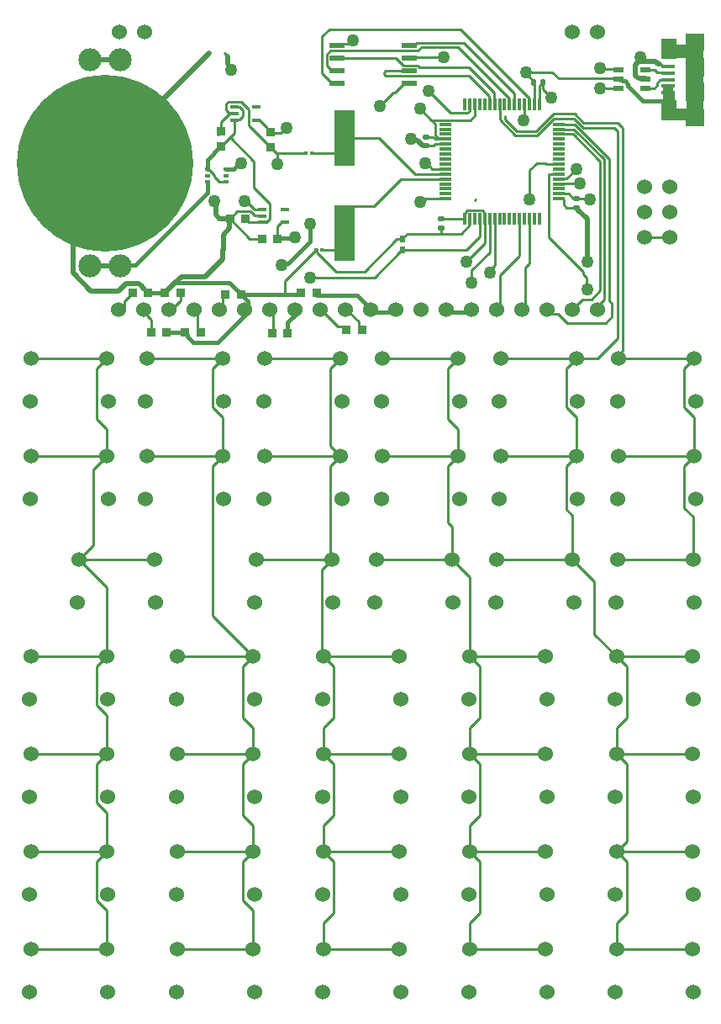
<source format=gbl>
G04*
G04 #@! TF.GenerationSoftware,Altium Limited,Altium Designer,24.6.1 (21)*
G04*
G04 Layer_Physical_Order=2*
G04 Layer_Color=16711680*
%FSLAX44Y44*%
%MOMM*%
G71*
G04*
G04 #@! TF.SameCoordinates,5BE53EBA-B956-4ED2-84AC-37ABD98E17FE*
G04*
G04*
G04 #@! TF.FilePolarity,Positive*
G04*
G01*
G75*
%ADD10C,0.5080*%
%ADD11C,0.2540*%
%ADD13C,2.3114*%
%ADD15C,0.3810*%
%ADD16C,1.5240*%
%ADD17C,1.2700*%
%ADD18R,1.1938X0.3048*%
%ADD19R,0.3048X1.1938*%
%ADD20O,0.6000X0.4200*%
%ADD21R,0.6000X0.4200*%
G04:AMPARAMS|DCode=22|XSize=0.6mm|YSize=0.54mm|CornerRadius=0.1431mm|HoleSize=0mm|Usage=FLASHONLY|Rotation=0.000|XOffset=0mm|YOffset=0mm|HoleType=Round|Shape=RoundedRectangle|*
%AMROUNDEDRECTD22*
21,1,0.6000,0.2538,0,0,0.0*
21,1,0.3138,0.5400,0,0,0.0*
1,1,0.2862,0.1569,-0.1269*
1,1,0.2862,-0.1569,-0.1269*
1,1,0.2862,-0.1569,0.1269*
1,1,0.2862,0.1569,0.1269*
%
%ADD22ROUNDEDRECTD22*%
G04:AMPARAMS|DCode=23|XSize=0.6mm|YSize=0.54mm|CornerRadius=0.1431mm|HoleSize=0mm|Usage=FLASHONLY|Rotation=270.000|XOffset=0mm|YOffset=0mm|HoleType=Round|Shape=RoundedRectangle|*
%AMROUNDEDRECTD23*
21,1,0.6000,0.2538,0,0,270.0*
21,1,0.3138,0.5400,0,0,270.0*
1,1,0.2862,-0.1269,-0.1569*
1,1,0.2862,-0.1269,0.1569*
1,1,0.2862,0.1269,0.1569*
1,1,0.2862,0.1269,-0.1569*
%
%ADD23ROUNDEDRECTD23*%
%ADD24C,17.7800*%
%ADD25R,0.5080X0.6604*%
%ADD26R,0.3800X0.4000*%
%ADD27R,2.1000X5.6000*%
%ADD28R,1.5240X0.5334*%
%ADD29R,0.8900X0.9300*%
%ADD30R,0.8763X0.3048*%
%ADD31R,0.9300X0.8900*%
%ADD32R,1.3500X0.4000*%
%ADD33R,1.6000X2.1000*%
%ADD34R,1.9000X1.9000*%
%ADD35R,1.9000X1.8000*%
%ADD36R,0.9779X0.5588*%
%ADD37R,1.0160X0.6350*%
%ADD38R,1.5240X1.3970*%
%ADD39R,1.7780X1.7780*%
%ADD40R,1.1430X1.0160*%
%ADD41R,1.0160X1.9050*%
%ADD42R,0.8890X2.3530*%
%ADD43R,1.7780X2.4130*%
%ADD44R,2.6670X1.1430*%
D10*
X577850Y749300D02*
Y791990D01*
X629276Y950164D02*
X646326D01*
X568051Y801790D02*
X577850Y791990D01*
X203213Y796277D02*
X207392Y792098D01*
X201943Y810247D02*
X203213Y808977D01*
Y796277D02*
Y808977D01*
X400050Y872490D02*
X401508Y871032D01*
X406878D01*
X412260Y865650D01*
X76202Y952360D02*
X107202D01*
X210820Y760730D02*
Y776130D01*
X210416Y751436D02*
Y760326D01*
X192843Y733863D02*
X210416Y751436D01*
X210820Y776130D02*
X217494Y782804D01*
X210416Y760326D02*
X210820Y760730D01*
X162400Y727710D02*
X168553Y733863D01*
X154785Y720095D02*
X162400Y727710D01*
X168553Y733863D02*
X192843D01*
X217494Y791883D02*
X217708Y792098D01*
X217494Y782804D02*
Y791883D01*
X207392Y792098D02*
X217708D01*
X92202Y854082D02*
X196770Y958650D01*
X215350Y948179D02*
Y955670D01*
X77591Y719443D02*
X104989D01*
X112826Y727280D01*
X128910Y723620D02*
X131817Y720713D01*
X112826Y727280D02*
X125934D01*
X128910Y724304D01*
X59565Y737469D02*
X77591Y719443D01*
X128910Y723620D02*
Y724304D01*
X59565Y737469D02*
Y772035D01*
X60835Y773305D01*
X76202Y744360D02*
X107202D01*
X626301Y936020D02*
X629276Y933044D01*
X626301Y936020D02*
Y947188D01*
X636016Y933044D02*
X636270Y932790D01*
X629276Y933044D02*
X636016D01*
X626301Y947188D02*
X629276Y950164D01*
X646326D02*
X648990Y947500D01*
X650690D01*
D11*
X527385Y876300D02*
X540831Y889746D01*
X543895Y892810D02*
X564496D01*
X573386Y883920D01*
X542319Y891234D02*
X543895Y892810D01*
X540831Y889746D02*
Y889746D01*
X543587Y897890D02*
X564804D01*
X542319Y891234D02*
X542319D01*
X540831Y889746D02*
X542319Y891234D01*
X525807Y880110D02*
X543587Y897890D01*
X506730Y880110D02*
X525807D01*
X573386Y883920D02*
X604520D01*
X489594Y891858D02*
Y906916D01*
X549340Y887170D02*
X564747D01*
X549594Y881916D02*
X564613D01*
X564804Y897890D02*
X573695Y889000D01*
X505152Y876300D02*
X527385D01*
X594360Y710827D02*
Y852169D01*
X489594Y891858D02*
X505152Y876300D01*
X564747Y887170D02*
X599440Y852477D01*
Y709930D02*
Y852477D01*
X564613Y881916D02*
X594360Y852169D01*
X325501Y953770D02*
X384520D01*
X461037Y727683D02*
Y740038D01*
X479340Y758342D01*
Y792170D01*
X469340Y774140D02*
Y792170D01*
X474340Y767710D02*
Y792170D01*
X455930Y749300D02*
X474340Y767710D01*
X455930Y760730D02*
X469340Y774140D01*
X576789Y722421D02*
Y732790D01*
X590550Y719692D02*
Y849630D01*
X565900Y704330D02*
X572770Y711200D01*
X582058D02*
X590550Y719692D01*
X573578Y736002D02*
X576789Y732790D01*
Y722421D02*
X577850Y721360D01*
X565900Y698500D02*
Y704330D01*
X572770Y711200D02*
X582058D01*
X573578Y736002D02*
Y738332D01*
X479499Y740566D02*
X484340Y745406D01*
Y792170D01*
X479499Y737817D02*
Y740566D01*
X538893Y773018D02*
X573578Y738332D01*
X391160Y760730D02*
X455930D01*
X474086Y792424D02*
X474340Y792170D01*
X111130Y700930D02*
Y709100D01*
X210300Y698500D02*
Y713300D01*
X454086Y791700D02*
Y796361D01*
X590440Y699360D02*
Y706906D01*
X515100Y698500D02*
Y742711D01*
X489700Y698500D02*
Y735011D01*
X532620Y922800D02*
X541020Y914400D01*
X532620Y922800D02*
Y929253D01*
Y929640D01*
X459086Y900831D02*
Y906916D01*
X439919Y898661D02*
X456916D01*
X417830Y920750D02*
X439919Y898661D01*
X459086Y906916D02*
X459340Y907170D01*
X456916Y898661D02*
X459086Y900831D01*
X420370Y891540D02*
X424491Y887419D01*
X464086Y895886D02*
Y906916D01*
X420370Y891540D02*
X459740D01*
X464086Y895886D01*
X408940Y902970D02*
X420370Y891540D01*
X474086Y792424D02*
Y798509D01*
X471916Y800679D02*
X474086Y798509D01*
X456764Y800679D02*
X471916D01*
X455276Y799191D02*
X456764Y800679D01*
X455276Y797551D02*
Y799191D01*
X454086Y796361D02*
X455276Y797551D01*
X566420Y803420D02*
X566633D01*
X568051Y802002D01*
Y801790D02*
Y802002D01*
X538893Y773018D02*
Y836916D01*
X519404Y811622D02*
Y841112D01*
X549481Y827310D02*
X570015D01*
X549340Y827170D02*
X549481Y827310D01*
X570015D02*
X570156Y827451D01*
X519404Y841112D02*
X526652Y848360D01*
X538893Y836916D02*
X549086D01*
X549340Y837170D01*
X556605Y832424D02*
X566403Y842222D01*
X419100Y844550D02*
X421480Y842170D01*
X434340D01*
X326898Y967867D02*
X336677D01*
X325501Y966470D02*
X326898Y967867D01*
X336677D02*
X339090Y970280D01*
X310261Y938657D02*
Y975741D01*
X317500Y982980D02*
X449615D01*
X310261Y975741D02*
X317500Y982980D01*
X449615D02*
X519086Y913509D01*
X265400Y847258D02*
Y857267D01*
X264146Y858520D02*
X265400Y857267D01*
X241777Y822970D02*
X257429Y807318D01*
Y792136D02*
Y807318D01*
X254067Y788774D02*
X257429Y792136D01*
X250762Y788774D02*
X254067D01*
X241777Y822970D02*
Y849810D01*
X217578Y874008D02*
X241777Y849810D01*
X222250Y878680D02*
Y891540D01*
X217578Y874008D02*
X222250Y878680D01*
X208280Y864710D02*
X217578Y874008D01*
X208080Y864710D02*
X208280D01*
X201801Y834519D02*
X207160Y829160D01*
X213970D01*
X201801Y834519D02*
Y836290D01*
X195932Y842160D02*
X201801Y836290D01*
X194970Y842160D02*
X195932D01*
X415290Y865650D02*
X422692D01*
X412260D02*
X415290D01*
X242625Y795274D02*
X250254D01*
X238611Y799288D02*
X242625Y795274D01*
X224699Y799288D02*
X238611D01*
X217708Y792298D02*
X224699Y799288D01*
X217708Y792098D02*
Y792298D01*
X234382Y809454D02*
X242316Y801520D01*
X250508D01*
X494594Y892246D02*
Y895350D01*
X374650Y935990D02*
X458470D01*
X464086Y906916D02*
X464340Y907170D01*
X424491Y875934D02*
Y887419D01*
X428001Y872424D02*
X434086D01*
X424491Y875934D02*
X428001Y872424D01*
X424491Y872170D02*
X427319D01*
X434086Y872424D02*
X434340Y872170D01*
X458470Y935990D02*
X478790Y915670D01*
Y911860D02*
Y915670D01*
X373162Y937478D02*
Y939582D01*
Y937478D02*
X374650Y935990D01*
X373162Y939582D02*
X374650Y941070D01*
X398399D01*
X514086Y892546D02*
Y906916D01*
X513080Y891540D02*
X514086Y892546D01*
Y906916D02*
X514340Y907170D01*
X494594Y892246D02*
X506730Y880110D01*
X608330Y889000D02*
X613410Y883920D01*
X573695Y889000D02*
X608330D01*
X604520Y883920D02*
X608330Y880110D01*
X549340Y882170D02*
X549594Y881916D01*
X399034Y954405D02*
X432435D01*
X433070Y955040D01*
X447395Y965200D02*
X499086Y913509D01*
X411008Y965200D02*
X447395D01*
X398399Y953770D02*
X399034Y954405D01*
X407071Y961263D02*
X411008Y965200D01*
X398399Y966470D02*
X403352D01*
X405892Y969010D01*
X453390D02*
X504340Y918060D01*
Y911660D02*
X504419Y911582D01*
X405892Y969010D02*
X453390D01*
X319115Y961263D02*
X407071D01*
X315341Y957489D02*
X319115Y961263D01*
X458470Y944880D02*
X484086Y919264D01*
X408468Y944880D02*
X458470D01*
X407071Y946277D02*
X408468Y944880D01*
X392013Y946277D02*
X407071D01*
X384520Y953770D02*
X392013Y946277D01*
X484086Y907424D02*
Y919264D01*
Y907424D02*
X484340Y907170D01*
X499086Y907424D02*
X499340Y907170D01*
X499086Y907424D02*
Y913509D01*
X504340Y911660D02*
Y918060D01*
X167640Y709930D02*
Y717550D01*
X158750Y701040D02*
X167640Y709930D01*
X298450Y732790D02*
X363220D01*
X390210Y832170D02*
X434340D01*
X557530Y687070D02*
X596034D01*
X519340Y746951D02*
Y792170D01*
X548640Y933450D02*
X608305D01*
X609346Y651820D02*
X685546D01*
X609346Y553720D02*
X685546D01*
X675386Y602770D02*
Y641660D01*
Y501000D02*
Y543560D01*
X608076Y449550D02*
X684276D01*
X613410Y659321D02*
Y883920D01*
X371602Y651820D02*
X447802D01*
X437642Y590346D02*
Y641660D01*
X371602Y553720D02*
X447802D01*
X437642Y486036D02*
Y543560D01*
X365252Y449550D02*
X441452D01*
X459652Y351450D02*
Y431350D01*
Y351450D02*
X535852D01*
X469812Y289975D02*
Y341290D01*
X459652Y253350D02*
X535852D01*
X469812Y191876D02*
Y243190D01*
X459652Y155250D02*
X535852D01*
X469812Y93776D02*
Y145090D01*
X459652Y57150D02*
X535852D01*
X309880Y353762D02*
Y439390D01*
X312192Y351450D02*
X388392D01*
X322352Y289975D02*
Y341290D01*
X312192Y253350D02*
X388392D01*
X322352Y191876D02*
Y243190D01*
X312192Y155250D02*
X388392D01*
X322352Y93776D02*
Y145090D01*
X312192Y57150D02*
X388392D01*
X243840Y449550D02*
X320040D01*
X318770Y450820D02*
Y543560D01*
X252730Y553720D02*
X328930D01*
X318770Y563880D02*
Y641660D01*
X252730Y651820D02*
X328930D01*
X133858D02*
X210058D01*
X199898Y602770D02*
Y641660D01*
X133858Y553720D02*
X210058D01*
X199898Y392484D02*
Y543560D01*
X164732Y351450D02*
X240932D01*
X230772Y289975D02*
Y341290D01*
X164732Y253350D02*
X240932D01*
X230772Y191876D02*
Y243190D01*
X164732Y155250D02*
X240932D01*
X230772Y106200D02*
Y145090D01*
X164732Y57150D02*
X240932D01*
X17272Y155250D02*
X93472D01*
X17272Y253350D02*
X93472D01*
X17272Y351450D02*
X93472D01*
X65532Y449550D02*
X141732D01*
X17526Y553720D02*
X93726D01*
X17526Y651820D02*
X93726D01*
X83566Y590346D02*
Y641660D01*
X79629Y463647D02*
Y539623D01*
X93472Y351450D02*
Y421610D01*
X83312Y302400D02*
Y341290D01*
Y204300D02*
Y243190D01*
Y106200D02*
Y145090D01*
X17272Y57150D02*
X93472D01*
X635000Y773430D02*
X660400D01*
X609346Y655257D02*
X613410Y659321D01*
X609346Y651820D02*
Y655257D01*
X588320Y651820D02*
X608330Y671830D01*
Y880110D01*
X250508Y788520D02*
X250762Y788774D01*
X515620Y939800D02*
X542290D01*
X548640Y933450D01*
X590550Y943610D02*
X591210Y942950D01*
X608305Y933450D02*
X608965Y932790D01*
X608305Y942950D02*
X608965Y942290D01*
X591210Y942950D02*
X608305D01*
X515620Y938427D02*
Y939800D01*
X524020Y929640D02*
Y930027D01*
X515620Y938427D02*
X524020Y930027D01*
X590440Y706906D02*
X594360Y710827D01*
X563010Y877170D02*
X590550Y849630D01*
X576090Y812020D02*
X576580Y811530D01*
X566420Y812020D02*
X576090D01*
X232529Y809454D02*
X234382D01*
X269031Y878840D02*
X273938Y883747D01*
X274493D01*
X259027Y878840D02*
X269031D01*
X258614Y879252D02*
X259027Y878840D01*
X368300Y905510D02*
X381961Y919171D01*
X384247D01*
X548295Y696305D02*
X557530Y687070D01*
X542694Y696305D02*
X548295D01*
X526652Y848360D02*
X535068D01*
X536259Y847170D02*
X549340D01*
X535068Y848360D02*
X536259Y847170D01*
X489340Y907170D02*
X489594Y906916D01*
X566674Y651820D02*
X588320D01*
X549340Y877170D02*
X563010D01*
X305160Y758228D02*
X324248Y739140D01*
X353060D01*
X304530Y760730D02*
X305160Y760100D01*
Y758228D02*
Y760100D01*
X385826Y771906D02*
X391160D01*
X353060Y739140D02*
X385826Y771906D01*
X430530Y791700D02*
X454086D01*
X430530Y777240D02*
X450495D01*
X396494D02*
X430530D01*
Y783100D01*
X422411Y874250D02*
X424491Y872170D01*
X415290Y874250D02*
X422411D01*
X422692Y865650D02*
X424212Y867170D01*
X434340D01*
X524180Y907330D02*
Y929480D01*
X524020Y929640D02*
X524180Y929480D01*
Y907330D02*
X524340Y907170D01*
X529340Y925973D02*
X532620Y929253D01*
X529340Y907170D02*
Y925973D01*
X553785Y806450D02*
Y811916D01*
X549340Y812170D02*
X553531D01*
X553785Y806450D02*
X556815Y803420D01*
X553531Y812170D02*
X553785Y811916D01*
X556815Y803420D02*
X566420D01*
X562938Y813351D02*
X565089D01*
X549340Y817170D02*
X559119D01*
X562938Y813351D01*
X565089D02*
X566420Y812020D01*
X411689Y808990D02*
X414869Y812170D01*
X434340D01*
X408940Y808990D02*
X411689D01*
X217708Y791898D02*
X237447Y772160D01*
X92202Y848360D02*
Y854082D01*
X196770Y958650D02*
Y958850D01*
X218440Y942340D02*
Y945089D01*
X212170Y958850D02*
X215350Y955670D01*
Y948179D02*
X218440Y945089D01*
X153830Y678180D02*
Y678380D01*
X315341Y946277D02*
Y957489D01*
X549594Y832424D02*
X556605D01*
X549340Y832170D02*
X549594Y832424D01*
X594360Y923290D02*
X608965D01*
X391160Y759968D02*
Y760730D01*
X389890Y758698D02*
X391160Y759968D01*
X389128Y758698D02*
X389890D01*
X363220Y732790D02*
X389128Y758698D01*
X393192Y773938D02*
X396494Y777240D01*
X391160Y771906D02*
Y772668D01*
X392430Y773938D01*
X393192D01*
X450495Y777240D02*
X459086Y785831D01*
Y791916D01*
X459340Y792170D01*
X273050Y716280D02*
Y729160D01*
X304530Y760640D01*
X258614Y863852D02*
X258814D01*
X258414D02*
X258614D01*
X264146Y858520D02*
X294370D01*
X258814Y863852D02*
X264146Y858520D01*
X332740Y867750D02*
Y873000D01*
X299990Y858520D02*
X323510D01*
X332740Y867750D01*
X310150Y760730D02*
X323510D01*
X332740Y769960D01*
Y778000D01*
X341970Y804730D02*
X362770D01*
X389890Y831850D01*
X403847Y837170D02*
X434340D01*
X388620Y831850D02*
X389890D01*
X390210Y832170D01*
X332740Y778000D02*
Y795500D01*
X341970Y804730D01*
X368018Y873000D02*
X403847Y837170D01*
X332740Y873000D02*
X368018D01*
X393446Y928370D02*
X398399D01*
X384247Y919171D02*
X393446Y928370D01*
X489700Y735011D02*
X509340Y754651D01*
Y792170D01*
X515100Y742711D02*
X519340Y746951D01*
X602730Y693765D02*
Y706640D01*
X599440Y709930D02*
X602730Y706640D01*
X596034Y687070D02*
X602730Y693765D01*
X540500Y698500D02*
X542694Y696305D01*
X519086Y907424D02*
X519340Y907170D01*
X519086Y907424D02*
Y913509D01*
X310261Y938657D02*
X320548Y928370D01*
X325501D01*
X315341Y946277D02*
X320548Y941070D01*
X325501D01*
X265510Y772160D02*
Y784155D01*
X269875Y788520D01*
X272733D01*
X237447Y772160D02*
X250110D01*
X217708Y791898D02*
Y792098D01*
X236289Y788718D02*
X236489D01*
X236687Y788520D02*
X250508D01*
X233109Y791898D02*
Y792098D01*
Y791898D02*
X236289Y788718D01*
X236489D02*
X236687Y788520D01*
X250254Y795274D02*
X250508Y795020D01*
X208280Y889372D02*
X217202Y898294D01*
X208280Y880110D02*
Y889372D01*
X214058Y901438D02*
X217202Y898294D01*
X214058Y901438D02*
Y907642D01*
X216290Y909874D02*
X228894D01*
X214058Y907642D02*
X216290Y909874D01*
X228894D02*
X236283Y902484D01*
Y885983D02*
Y902484D01*
Y885983D02*
X258414Y863852D01*
X255234Y882433D02*
Y883639D01*
Y882433D02*
X258414Y879252D01*
X258614D01*
X244475Y891540D02*
X247332D01*
X255234Y883639D01*
X205100Y876930D02*
X208280Y880110D01*
X222504Y904286D02*
X227297D01*
X230441Y894938D02*
Y901142D01*
X227297Y904286D02*
X230441Y901142D01*
X227297Y891794D02*
X230441Y894938D01*
X222250Y904540D02*
X222504Y904286D01*
Y891794D02*
X227297D01*
X222250Y891540D02*
X222504Y891794D01*
X131817Y720713D02*
X134780Y717750D01*
X60835Y773305D02*
Y816993D01*
X92202Y848360D01*
X347340Y683900D02*
Y688460D01*
X337300Y698500D02*
X347340Y688460D01*
Y683900D02*
X350520Y680720D01*
X326300Y684100D02*
X331940D01*
X335120Y680720D02*
Y680920D01*
X331940Y684100D02*
X335120Y680920D01*
X311900Y698500D02*
X326300Y684100D01*
X260270Y676910D02*
X261100Y677740D01*
Y698500D01*
X275670Y676910D02*
Y677110D01*
X288290Y716280D02*
X289560Y715010D01*
X210300Y713300D02*
X213280Y716280D01*
X184900Y681320D02*
Y698500D01*
Y681320D02*
X188040Y678180D01*
X134100Y695063D02*
Y698500D01*
X138430Y678180D02*
Y690733D01*
X134100Y695063D02*
X138430Y690733D01*
X119380Y717350D02*
Y717550D01*
X111130Y709100D02*
X119380Y717350D01*
X108700Y698500D02*
X111130Y700930D01*
X610489Y931266D02*
X613054D01*
X660300Y901080D02*
Y903580D01*
X608965Y932790D02*
X610489Y931266D01*
X653570Y910310D02*
X660300Y903580D01*
X650690Y947500D02*
X651880D01*
X653570Y945810D02*
X658320D01*
X659050Y945080D01*
X651880Y947500D02*
X653570Y945810D01*
X645220Y942290D02*
X648490Y939020D01*
X658610D01*
X659050Y938580D01*
X636270Y942290D02*
X645220D01*
X644969Y923290D02*
X647846Y926166D01*
Y928514D02*
X650722Y931390D01*
X658360D02*
X659050Y932080D01*
X636270Y923290D02*
X644969D01*
X647846Y926166D02*
Y928514D01*
X650722Y931390D02*
X658360D01*
X675386Y602770D02*
X685546Y592610D01*
X675386Y641660D02*
X685546Y651820D01*
Y553720D02*
Y592610D01*
X675386Y543560D02*
X685546Y553720D01*
X684276Y449550D02*
Y492110D01*
X675386Y501000D02*
X684276Y492110D01*
X490474Y651820D02*
X566674D01*
X556514Y602770D02*
X566674Y592610D01*
Y553720D02*
Y592610D01*
X556514Y602770D02*
Y641660D01*
X566674Y651820D01*
X486664Y449550D02*
X562864D01*
X490474Y553720D02*
X566674D01*
X556514Y543560D02*
X566674Y553720D01*
X562864Y449550D02*
Y493380D01*
X556514Y499730D02*
X562864Y493380D01*
X556514Y499730D02*
Y543560D01*
X562864Y449550D02*
X584988Y427426D01*
Y373574D02*
X607112Y351450D01*
X584988Y373574D02*
Y427426D01*
X607112Y351450D02*
X683312D01*
X607112Y279816D02*
X617272Y289975D01*
X607112Y253350D02*
Y279816D01*
X617272Y289975D02*
Y341290D01*
X607112Y351450D02*
X617272Y341290D01*
X607112Y253350D02*
X683312D01*
X607112Y155250D02*
X617272Y165410D01*
Y243190D01*
X607112Y253350D02*
X617272Y243190D01*
X607112Y155250D02*
X683312D01*
X607112Y83616D02*
X617272Y93776D01*
Y145090D01*
X607112Y155250D02*
X617272Y145090D01*
X607112Y57150D02*
Y83616D01*
Y57150D02*
X683312D01*
X447802Y553720D02*
Y580186D01*
X437642Y590346D02*
X447802Y580186D01*
X437642Y641660D02*
X447802Y651820D01*
X437642Y543560D02*
X447802Y553720D01*
X437642Y486036D02*
X441452Y482226D01*
Y449550D02*
Y482226D01*
Y449550D02*
X459652Y431350D01*
Y279816D02*
X469812Y289975D01*
X459652Y253350D02*
Y279816D01*
Y351450D02*
X469812Y341290D01*
X459652Y253350D02*
X469812Y243190D01*
X459652Y155250D02*
Y181716D01*
X469812Y191876D01*
X459652Y155250D02*
X469812Y145090D01*
X459652Y57150D02*
Y83616D01*
X469812Y93776D01*
X309880Y439390D02*
X320040Y449550D01*
X309880Y353762D02*
X312192Y351450D01*
X322352Y341290D01*
X312192Y253350D02*
Y279816D01*
X322352Y289975D01*
X312192Y253350D02*
X322352Y243190D01*
X312192Y155250D02*
Y181716D01*
X322352Y191876D01*
X312192Y155250D02*
X322352Y145090D01*
X312192Y57150D02*
Y83616D01*
X322352Y93776D01*
X318770Y543560D02*
X328930Y553720D01*
X318770Y450820D02*
X320040Y449550D01*
X318770Y641660D02*
X328930Y651820D01*
X318770Y563880D02*
X328930Y553720D01*
X210058D02*
Y592610D01*
X199898Y602770D02*
X210058Y592610D01*
X199898Y641660D02*
X210058Y651820D01*
X199898Y392484D02*
X240932Y351450D01*
X199898Y543560D02*
X210058Y553720D01*
X230772Y341290D02*
X240932Y351450D01*
Y253350D02*
Y279816D01*
X230772Y289975D02*
X240932Y279816D01*
Y155250D02*
Y181716D01*
X230772Y191876D02*
X240932Y181716D01*
X230772Y243190D02*
X240932Y253350D01*
X230772Y145090D02*
X240932Y155250D01*
Y57150D02*
Y96040D01*
X230772Y106200D02*
X240932Y96040D01*
X93726Y553720D02*
Y580186D01*
X83566Y590346D02*
X93726Y580186D01*
X83566Y641660D02*
X93726Y651820D01*
X65532Y449550D02*
X79629Y463647D01*
Y539623D02*
X93726Y553720D01*
X65532Y449550D02*
X93472Y421610D01*
X83312Y302400D02*
X93472Y292240D01*
Y253350D02*
Y292240D01*
X83312Y341290D02*
X93472Y351450D01*
Y155250D02*
Y194140D01*
X83312Y204300D02*
X93472Y194140D01*
X83312Y243190D02*
X93472Y253350D01*
X83312Y106200D02*
X93472Y96040D01*
X83312Y145090D02*
X93472Y155250D01*
Y57150D02*
Y96040D01*
X464340Y811050D02*
X464820Y811530D01*
D13*
X76202Y952360D02*
D03*
X107202D02*
D03*
X76202Y744360D02*
D03*
X107202D02*
D03*
D15*
X438900Y698500D02*
X464300D01*
X346190Y715010D02*
X362700Y698500D01*
X388100D01*
X275670Y676910D02*
Y687670D01*
X286500Y698500D01*
X134780Y717750D02*
X134980Y717550D01*
X205220Y668020D02*
X235700Y698500D01*
X235448Y700876D02*
Y709487D01*
X213970Y842160D02*
X221702D01*
X227901Y848360D01*
X228859D01*
X194970Y842160D02*
Y851600D01*
X208080Y864710D01*
X108654Y745812D02*
X122242D01*
X107202Y744360D02*
X108654Y745812D01*
X122242D02*
X194970Y818540D01*
Y829160D01*
X162400Y727710D02*
X217250D01*
X298450Y769620D02*
Y783590D01*
X269240Y745490D02*
X270941Y747191D01*
X276021D01*
X298450Y769620D01*
X282503Y772723D02*
X283066Y773286D01*
X265510Y772160D02*
X266073Y772723D01*
X282503D01*
X134980Y717550D02*
X152240D01*
X228680Y716280D02*
X273050D01*
X288290D01*
X304530Y760640D02*
Y760730D01*
X304960Y715010D02*
X346190D01*
X152240Y717550D02*
X154785Y720095D01*
X225935Y719025D02*
X226135D01*
X217250Y727710D02*
X225935Y719025D01*
X226135D02*
X228680Y716480D01*
X228668Y716093D02*
X231225Y713535D01*
X231401D02*
X235448Y709487D01*
X235700Y698500D02*
Y700624D01*
X231225Y713535D02*
X231401D01*
X235448Y700876D02*
X235700Y700624D01*
X172640Y678180D02*
X175185Y675635D01*
Y673175D02*
Y675635D01*
Y673175D02*
X180340Y668020D01*
X205220D01*
X153830Y678180D02*
X172640D01*
X618299Y926021D02*
Y927925D01*
X615695Y930529D02*
X618299Y927925D01*
Y926021D02*
X634010Y910310D01*
X653570D01*
X613791Y930529D02*
X615695D01*
X613054Y931266D02*
X613791Y930529D01*
D16*
X660400Y773430D02*
D03*
Y798830D02*
D03*
Y824230D02*
D03*
X635000Y773430D02*
D03*
Y798830D02*
D03*
Y824230D02*
D03*
X156210Y701040D02*
D03*
X588010D02*
D03*
X562610D02*
D03*
X537210D02*
D03*
X461010D02*
D03*
X435610D02*
D03*
X410210D02*
D03*
X384810D02*
D03*
X334010D02*
D03*
X308610D02*
D03*
X257810D02*
D03*
X283210D02*
D03*
X232410D02*
D03*
X207010D02*
D03*
X181610D02*
D03*
X105410D02*
D03*
X105860Y980440D02*
D03*
X131260D02*
D03*
X562160D02*
D03*
X587560D02*
D03*
X486410Y701040D02*
D03*
X511810D02*
D03*
X130810D02*
D03*
X359410D02*
D03*
X17272Y253350D02*
D03*
X16002Y210170D02*
D03*
X93472Y253350D02*
D03*
X94742Y210170D02*
D03*
X607112Y155250D02*
D03*
X605842Y112070D02*
D03*
X683312Y155250D02*
D03*
X684582Y112070D02*
D03*
X459652Y155250D02*
D03*
X458382Y112070D02*
D03*
X535852Y155250D02*
D03*
X537122Y112070D02*
D03*
X312192Y155250D02*
D03*
X310922Y112070D02*
D03*
X388392Y155250D02*
D03*
X389662Y112070D02*
D03*
X164732Y155250D02*
D03*
X163462Y112070D02*
D03*
X240932Y155250D02*
D03*
X242202Y112070D02*
D03*
X17272Y155250D02*
D03*
X16002Y112070D02*
D03*
X93472Y155250D02*
D03*
X94742Y112070D02*
D03*
X607112Y253350D02*
D03*
X605842Y210170D02*
D03*
X683312Y253350D02*
D03*
X684582Y210170D02*
D03*
X459652Y253350D02*
D03*
X458382Y210170D02*
D03*
X535852Y253350D02*
D03*
X537122Y210170D02*
D03*
X312192Y253350D02*
D03*
X310922Y210170D02*
D03*
X388392Y253350D02*
D03*
X389662Y210170D02*
D03*
X164732Y253350D02*
D03*
X163462Y210170D02*
D03*
X240932Y253350D02*
D03*
X242202Y210170D02*
D03*
X607112Y351450D02*
D03*
X605842Y308270D02*
D03*
X683312Y351450D02*
D03*
X684582Y308270D02*
D03*
X459652Y351450D02*
D03*
X458382Y308270D02*
D03*
X535852Y351450D02*
D03*
X537122Y308270D02*
D03*
X312192Y351450D02*
D03*
X310922Y308270D02*
D03*
X388392Y351450D02*
D03*
X389662Y308270D02*
D03*
X164732Y351450D02*
D03*
X163462Y308270D02*
D03*
X240932Y351450D02*
D03*
X242202Y308270D02*
D03*
X17272Y351450D02*
D03*
X16002Y308270D02*
D03*
X93472Y351450D02*
D03*
X94742Y308270D02*
D03*
X608076Y449550D02*
D03*
X606806Y406370D02*
D03*
X684276Y449550D02*
D03*
X685546Y406370D02*
D03*
X486664Y449550D02*
D03*
X485394Y406370D02*
D03*
X562864Y449550D02*
D03*
X564134Y406370D02*
D03*
X365252Y449550D02*
D03*
X363982Y406370D02*
D03*
X441452Y449550D02*
D03*
X442722Y406370D02*
D03*
X243840Y449550D02*
D03*
X242570Y406370D02*
D03*
X320040Y449550D02*
D03*
X321310Y406370D02*
D03*
X65532Y449550D02*
D03*
X64262Y406370D02*
D03*
X141732Y449550D02*
D03*
X143002Y406370D02*
D03*
X609346Y553720D02*
D03*
X608076Y510540D02*
D03*
X685546Y553720D02*
D03*
X686816Y510540D02*
D03*
X490474Y553720D02*
D03*
X489204Y510540D02*
D03*
X566674Y553720D02*
D03*
X567944Y510540D02*
D03*
X371602Y553720D02*
D03*
X370332Y510540D02*
D03*
X447802Y553720D02*
D03*
X449072Y510540D02*
D03*
X252730Y553720D02*
D03*
X251460Y510540D02*
D03*
X328930Y553720D02*
D03*
X330200Y510540D02*
D03*
X133858Y553720D02*
D03*
X132588Y510540D02*
D03*
X210058Y553720D02*
D03*
X211328Y510540D02*
D03*
X17526Y553720D02*
D03*
X16256Y510540D02*
D03*
X93726Y553720D02*
D03*
X94996Y510540D02*
D03*
X609346Y651820D02*
D03*
X608076Y608640D02*
D03*
X685546Y651820D02*
D03*
X686816Y608640D02*
D03*
X490474Y651820D02*
D03*
X489204Y608640D02*
D03*
X566674Y651820D02*
D03*
X567944Y608640D02*
D03*
X371602Y651820D02*
D03*
X370332Y608640D02*
D03*
X447802Y651820D02*
D03*
X449072Y608640D02*
D03*
X252730Y651820D02*
D03*
X251460Y608640D02*
D03*
X328930Y651820D02*
D03*
X330200Y608640D02*
D03*
X133858Y651820D02*
D03*
X132588Y608640D02*
D03*
X210058Y651820D02*
D03*
X211328Y608640D02*
D03*
X17526Y651820D02*
D03*
X16256Y608640D02*
D03*
X93726Y651820D02*
D03*
X94996Y608640D02*
D03*
X17272Y57150D02*
D03*
X16002Y13970D02*
D03*
X93472Y57150D02*
D03*
X94742Y13970D02*
D03*
X459652Y57150D02*
D03*
X458382Y13970D02*
D03*
X535852Y57150D02*
D03*
X537122Y13970D02*
D03*
X312192Y57150D02*
D03*
X310922Y13970D02*
D03*
X388392Y57150D02*
D03*
X389662Y13970D02*
D03*
X164732Y57150D02*
D03*
X163462Y13970D02*
D03*
X240932Y57150D02*
D03*
X242202Y13970D02*
D03*
X607112Y57150D02*
D03*
X605842Y13970D02*
D03*
X683312Y57150D02*
D03*
X684582Y13970D02*
D03*
D17*
X461037Y727683D02*
D03*
X577850Y721360D02*
D03*
Y749300D02*
D03*
X479499Y737817D02*
D03*
X455930Y749300D02*
D03*
X541020Y914400D02*
D03*
X417830Y920750D02*
D03*
X519404Y811622D02*
D03*
X570156Y827451D02*
D03*
X566403Y842222D02*
D03*
X414020Y848360D02*
D03*
X342010Y971493D02*
D03*
X265400Y847258D02*
D03*
X228859Y848360D02*
D03*
X201943Y810247D02*
D03*
X408940Y902970D02*
D03*
X513080Y891540D02*
D03*
X433070Y955040D02*
D03*
X590550Y943610D02*
D03*
X515620Y939800D02*
D03*
X580390Y811530D02*
D03*
X232529Y809454D02*
D03*
X274493Y883747D02*
D03*
X368300Y905510D02*
D03*
X400050Y872490D02*
D03*
X298450Y787400D02*
D03*
X283066Y773286D02*
D03*
X408940Y808990D02*
D03*
X269240Y745490D02*
D03*
X218440Y942340D02*
D03*
X631190Y955040D02*
D03*
X590550Y923290D02*
D03*
X298450Y732790D02*
D03*
D18*
X434340Y812170D02*
D03*
Y817170D02*
D03*
Y822170D02*
D03*
Y827170D02*
D03*
Y832170D02*
D03*
Y837170D02*
D03*
Y842170D02*
D03*
Y847170D02*
D03*
Y852170D02*
D03*
Y857170D02*
D03*
Y862170D02*
D03*
Y867170D02*
D03*
Y872170D02*
D03*
Y877170D02*
D03*
Y882170D02*
D03*
Y887170D02*
D03*
X549340D02*
D03*
Y882170D02*
D03*
Y877170D02*
D03*
Y872170D02*
D03*
Y867170D02*
D03*
Y862170D02*
D03*
Y857170D02*
D03*
Y852170D02*
D03*
Y847170D02*
D03*
Y842170D02*
D03*
Y837170D02*
D03*
Y832170D02*
D03*
Y827170D02*
D03*
Y822170D02*
D03*
Y817170D02*
D03*
Y812170D02*
D03*
D19*
X454340Y907170D02*
D03*
X459340D02*
D03*
X464340D02*
D03*
X469340D02*
D03*
X474340D02*
D03*
X479340D02*
D03*
X484340D02*
D03*
X489340D02*
D03*
X494340D02*
D03*
X499340D02*
D03*
X504340D02*
D03*
X509340D02*
D03*
X514340D02*
D03*
X519340D02*
D03*
X524340D02*
D03*
X529340D02*
D03*
Y792170D02*
D03*
X524340D02*
D03*
X519340D02*
D03*
X514340D02*
D03*
X509340D02*
D03*
X504340D02*
D03*
X499340D02*
D03*
X494340D02*
D03*
X489340D02*
D03*
X484340D02*
D03*
X479340D02*
D03*
X474340D02*
D03*
X469340D02*
D03*
X464340D02*
D03*
X459340D02*
D03*
X454340D02*
D03*
D20*
X194970Y842160D02*
D03*
Y835660D02*
D03*
Y829160D02*
D03*
X213970D02*
D03*
Y835660D02*
D03*
D21*
Y842160D02*
D03*
D22*
X430530Y791700D02*
D03*
Y783100D02*
D03*
X415290Y874250D02*
D03*
Y865650D02*
D03*
X566420Y803420D02*
D03*
Y812020D02*
D03*
D23*
X532620Y929640D02*
D03*
X524020D02*
D03*
D24*
X92202Y848360D02*
D03*
D25*
X391160Y760730D02*
D03*
Y771906D02*
D03*
D26*
X299990Y858520D02*
D03*
X294370D02*
D03*
X310150Y760730D02*
D03*
X304530D02*
D03*
D27*
X332740Y873000D02*
D03*
Y778000D02*
D03*
D28*
X325501Y928370D02*
D03*
Y941070D02*
D03*
Y953770D02*
D03*
Y966470D02*
D03*
X398399D02*
D03*
Y953770D02*
D03*
Y941070D02*
D03*
Y928370D02*
D03*
D29*
X265510Y772160D02*
D03*
X250110D02*
D03*
X233109Y792098D02*
D03*
X217708D02*
D03*
X260270Y676910D02*
D03*
X275670D02*
D03*
X350520Y680720D02*
D03*
X335120D02*
D03*
X289480Y717550D02*
D03*
X304880D02*
D03*
X228680Y716280D02*
D03*
X213280D02*
D03*
X172640Y678180D02*
D03*
X188040D02*
D03*
X152240Y717550D02*
D03*
X167640D02*
D03*
X134780D02*
D03*
X119380D02*
D03*
X153830Y678180D02*
D03*
X138430D02*
D03*
D30*
X250508Y788520D02*
D03*
Y795020D02*
D03*
Y801520D02*
D03*
X272733D02*
D03*
Y788520D02*
D03*
X222250Y891540D02*
D03*
Y898040D02*
D03*
Y904540D02*
D03*
X244475D02*
D03*
Y891540D02*
D03*
D31*
X258614Y879252D02*
D03*
Y863852D02*
D03*
X208280Y864710D02*
D03*
Y880110D02*
D03*
D32*
X659050Y932080D02*
D03*
Y938580D02*
D03*
Y925580D02*
D03*
Y945080D02*
D03*
Y919080D02*
D03*
D33*
X660300Y963080D02*
D03*
Y901080D02*
D03*
D34*
X685800Y944080D02*
D03*
Y920080D02*
D03*
D35*
Y970080D02*
D03*
Y894080D02*
D03*
D36*
X636270Y923290D02*
D03*
Y932790D02*
D03*
Y942290D02*
D03*
X608965D02*
D03*
Y932790D02*
D03*
Y923290D02*
D03*
D37*
X659130Y922655D02*
D03*
D38*
X670560Y960755D02*
D03*
D39*
X685800Y956310D02*
D03*
D40*
X659765Y914400D02*
D03*
D41*
X689610Y932815D02*
D03*
D42*
X681355Y931845D02*
D03*
D43*
X685800Y908685D02*
D03*
D44*
X673735Y897255D02*
D03*
M02*

</source>
